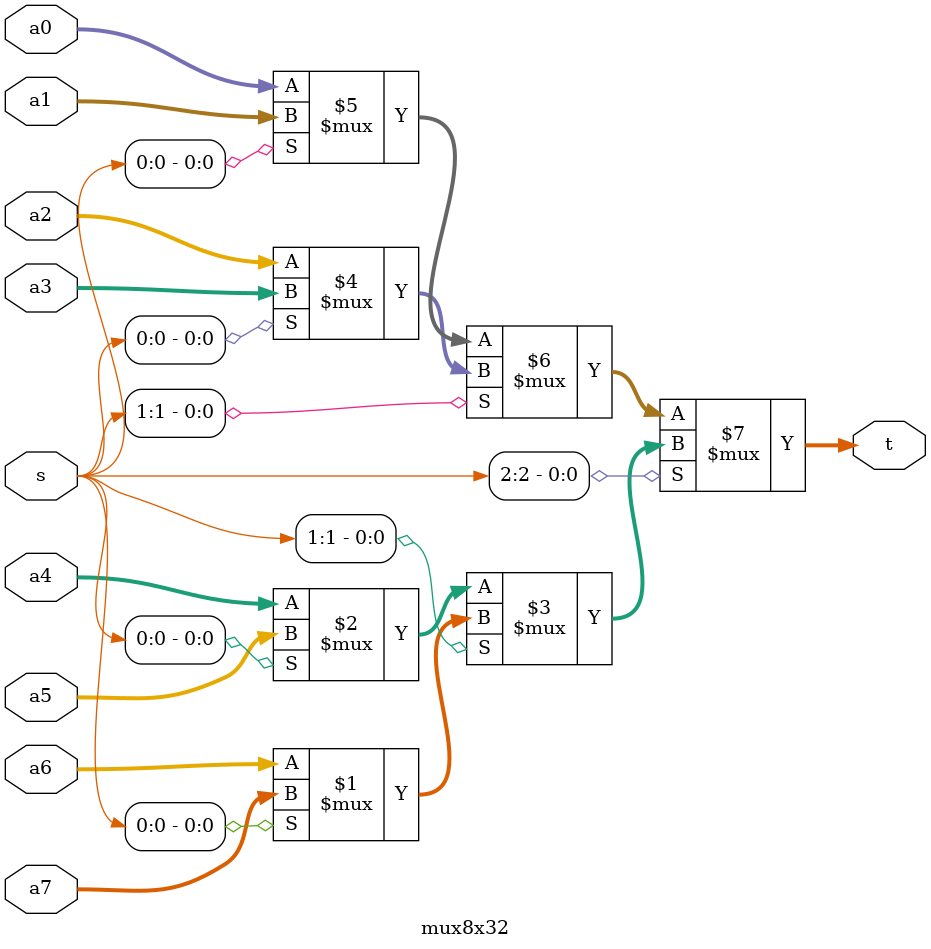
<source format=v>
`timescale 1ns / 1ps


module mux8x32(a0,a1,a2,a3,a4,a5,a6,a7,s,t);
    input [31:0] a0,a1,a2,a3,a4,a5,a6,a7;
    input [2:0] s;
    output [31:0] t;
    assign t =
    s[2]?(s[1]?(s[0]?a7:a6):(s[0]?a5:a4)):(s[1]?(s[0]?a3:a2):(s[0]?a1:a0));
    /*
    function [31:0] select;
        input [31:0] a0,a1,a2,a3,a4,a5,a6,a7;
        input [2:0] s;
                case (s)
                    3'b000:select = a0;
                    3'b001:select = a1;
                    3'b010:select = a2;
                    3'b011:select = a3;
                    3'b100:select = a4;
                    3'b101:select = a5;
                    3'b110:select = a6;
                    3'b111:select = a7;
                endcase
            endfunction
     assign y = select(a0,a1,a2,a3,a4,a5,a6,a7,s);
   */
endmodule

</source>
